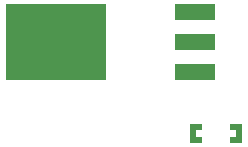
<source format=gtp>
G04*
G04 #@! TF.GenerationSoftware,Altium Limited,Altium Designer,21.9.1 (22)*
G04*
G04 Layer_Color=8421504*
%FSLAX42Y42*%
%MOMM*%
G71*
G04*
G04 #@! TF.SameCoordinates,8665F69C-080D-4A0F-83C7-313B9D7BD581*
G04*
G04*
G04 #@! TF.FilePolarity,Positive*
G04*
G01*
G75*
%ADD16R,0.60X1.65*%
%ADD17R,1.10X0.58*%
%ADD18R,3.49X1.40*%
%ADD19R,8.46X6.55*%
D16*
X9415Y5309D02*
D03*
X9025D02*
D03*
D17*
X9390Y5362D02*
D03*
Y5255D02*
D03*
X9050D02*
D03*
Y5362D02*
D03*
D18*
X9042Y5829D02*
D03*
Y6083D02*
D03*
Y6337D02*
D03*
D19*
X7863Y6083D02*
D03*
M02*

</source>
